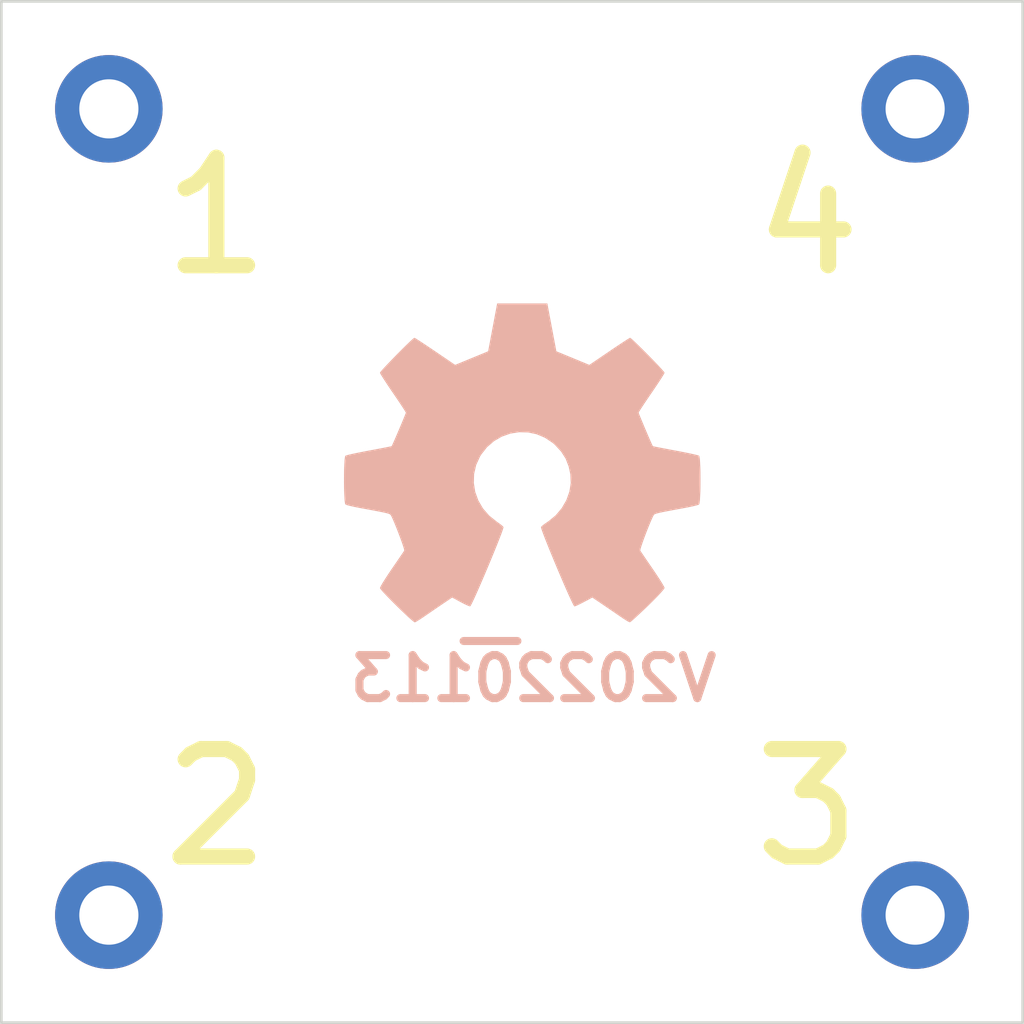
<source format=kicad_pcb>
(kicad_pcb (version 20221018) (generator pcbnew)
  (layers (0 "F.Cu" mixed) (31 "B.Cu" mixed) (34 "B.Paste" user) (35 "F.Paste" user) (36 "B.SilkS" user "B.Silkscreen") (37 "F.SilkS" user "F.Silkscreen") (38 "B.Mask" user) (39 "F.Mask" user) (44 "Edge.Cuts" user))
  (net 0 "")
  (net 1 "Net-(J1-Pad1)")
  (footprint "mill-max:PC_pin_nail_head_6092" (layer "F.Cu") (at 142 63)
    (fp_text reference "J1")
    (fp_text value "1" (at 2 2) (layer "F.SilkS") (effects (font (size 2 2) (thickness 0.3))))
    (pad "1" thru_hole circle locked (at 0 0) (size 2 2) (drill 1.1) (layers "*.Cu" "*.Mask") (net 1 "Net-(J1-Pad1)"))
  )
  (footprint "mill-max:PC_pin_nail_head_6092" (layer "F.Cu") (at 142 78)
    (fp_text reference "J2")
    (fp_text value "2" (at 2 -2) (layer "F.SilkS") (effects (font (size 2 2) (thickness 0.3))))
    (pad "1" thru_hole circle locked (at 0 0) (size 2 2) (drill 1.1) (layers "*.Cu" "*.Mask") (net 1 "Net-(J1-Pad1)"))
  )
  (footprint "mill-max:PC_pin_nail_head_6092" (layer "F.Cu") (at 157 63)
    (fp_text reference "J3")
    (fp_text value "4" (at -2 2) (layer "F.SilkS") (effects (font (size 2 2) (thickness 0.3))))
    (pad "1" thru_hole circle locked (at 0 0) (size 2 2) (drill 1.1) (layers "*.Cu" "*.Mask") (net 1 "Net-(J1-Pad1)"))
  )
  (footprint "mill-max:PC_pin_nail_head_6092" (layer "F.Cu") (at 157 78)
    (fp_text reference "J4")
    (fp_text value "3" (at -2 -2) (layer "F.SilkS") (effects (font (size 2 2) (thickness 0.3))))
    (pad "1" thru_hole circle locked (at 0 0) (size 2 2) (drill 1.1) (layers "*.Cu" "*.Mask") (net 1 "Net-(J1-Pad1)"))
  )
  (footprint "SquantorLabels:Label_Generic" (layer "B.Cu") (at 149.1 73.5)
    (fp_text reference "N1" hide)
    (fp_text value "V20220113" (at 0.8 0.1) (layer "B.SilkS") (effects (font (size 0.8 0.8)) (justify mirror)))
    (fp_line (start -0.5 -0.6) (end 0.5 -0.6) (stroke (width 0.15)) (layer "B.SilkS"))
  )
  (footprint "Symbol:OSHW-Symbol_6.7x6mm_SilkScreen" (layer "B.Cu") (at 149.7 69.6 180)
    (fp_text reference "N2" hide)
    (fp_text value "OHWLOGO" hide)
    (fp_poly (pts (xy 0.555814 2.531069) (xy 0.639635 2.086445) (xy 0.94892 1.958947) (xy 1.258206 1.831449) (xy 1.629246 2.083754) (xy 1.733157 2.154004) (xy 1.827087 2.216728) (xy 1.906652 2.269062) (xy 1.96747 2.308143) (xy 2.005157 2.331107) (xy 2.015421 2.336058) (xy 2.03391 2.323324) (xy 2.07342 2.288118) (xy 2.129522 2.234938) (xy 2.197787 2.168282) (xy 2.273786 2.092646) (xy 2.353092 2.012528) (xy 2.431275 1.932426) (xy 2.503907 1.856836) (xy 2.566559 1.790255) (xy 2.614803 1.737182) (xy 2.64421 1.702113) (xy 2.651241 1.690377) (xy 2.641123 1.66874) (xy 2.612759 1.621338) (xy 2.569129 1.552807) (xy 2.513218 1.467785) (xy 2.448006 1.370907) (xy 2.410219 1.31565) (xy 2.341343 1.214752) (xy 2.28014 1.123701) (xy 2.229578 1.04703) (xy 2.192628 0.989272) (xy 2.172258 0.954957) (xy 2.169197 0.947746) (xy 2.176136 0.927252) (xy 2.195051 0.879487) (xy 2.223087 0.811168) (xy 2.257391 0.729011) (xy 2.295109 0.63973) (xy 2.333387 0.550042) (xy 2.36937 0.466662) (xy 2.400206 0.396306) (xy 2.423039 0.34569) (xy 2.435017 0.321529) (xy 2.435724 0.320578) (xy 2.454531 0.315964) (xy 2.504618 0.305672) (xy 2.580793 0.290713) (xy 2.677865 0.272099) (xy 2.790643 0.250841) (xy 2.856442 0.238582) (xy 2.97695 0.215638) (xy 3.085797 0.193805) (xy 3.177476 0.174278) (xy 3.246481 0.158252) (xy 3.287304 0.146921) (xy 3.295511 0.143326) (xy 3.303548 0.118994) (xy 3.310033 0.064041) (xy 3.31497 -0.015108) (xy 3.318364 -0.112026) (xy 3.320218 -0.220287) (xy 3.320538 -0.333465) (xy 3.319327 -0.445135) (xy 3.31659 -0.548868) (xy 3.312331 -0.638241) (xy 3.306555 -0.706826) (xy 3.299267 -0.748197) (xy 3.294895 -0.75681) (xy 3.268764 -0.767133) (xy 3.213393 -0.781892) (xy 3.136107 -0.799352) (xy 3.04423 -0.81778) (xy 3.012158 -0.823741) (xy 2.857524 -0.852066) (xy 2.735375 -0.874876) (xy 2.641673 -0.89308) (xy 2.572384 -0.907583) (xy 2.523471 -0.919292) (xy 2.490897 -0.929115) (xy 2.470628 -0.937956) (xy 2.458626 -0.946724) (xy 2.456947 -0.948457) (xy 2.440184 -0.976371) (xy 2.414614 -1.030695) (xy 2.382788 -1.104777) (xy 2.34726 -1.191965) (xy 2.310583 -1.285608) (xy 2.275311 -1.379052) (xy 2.243996 -1.465647) (xy 2.219193 -1.53874) (xy 2.203454 -1.591678) (xy 2.199332 -1.617811) (xy 2.199676 -1.618726) (xy 2.213641 -1.640086) (xy 2.245322 -1.687084) (xy 2.291391 -1.754827) (xy 2.348518 -1.838423) (xy 2.413373 -1.932982) (xy 2.431843 -1.959854) (xy 2.497699 -2.057275) (xy 2.55565 -2.146163) (xy 2.602538 -2.221412) (xy 2.635207 -2.27792) (xy 2.6505 -2.310581) (xy 2.651241 -2.314593) (xy 2.638392 -2.335684) (xy 2.602888 -2.377464) (xy 2.549293 -2.435445) (xy 2.482171 -2.505135) (xy 2.406087 -2.582045) (xy 2.325604 -2.661683) (xy 2.245287 -2.739561) (xy 2.169699 -2.811186) (xy 2.103405 -2.87207) (xy 2.050969 -2.917721) (xy 2.016955 -2.94365) (xy 2.007545 -2.947883) (xy 1.985643 -2.937912) (xy 1.9408 -2.91102) (xy 1.880321 -2.871736) (xy 1.833789 -2.840117) (xy 1.749475 -2.782098) (xy 1.649626 -2.713784) (xy 1.549473 -2.645579) (xy 1.495627 -2.609075) (xy 1.313371 -2.4858) (xy 1.160381 -2.56852) (xy 1.090682 -2.604759) (xy 1.031414 -2.632926) (xy 0.991311 -2.648991) (xy 0.981103 -2.651226) (xy 0.968829 -2.634722) (xy 0.944613 -2.588082) (xy 0.910263 -2.515609) (xy 0.867588 -2.421606) (xy 0.818394 -2.310374) (xy 0.76449 -2.186215) (xy 0.707684 -2.053432) (xy 0.649782 -1.916327) (xy 0.592593 -1.779202) (xy 0.537924 -1.646358) (xy 0.487584 -1.522098) (xy 0.44338 -1.410725) (xy 0.407119 -1.316539) (xy 0.380609 -1.243844) (xy 0.365658 -1.196941) (xy 0.363254 -1.180833) (xy 0.382311 -1.160286) (xy 0.424036 -1.126933) (xy 0.479706 -1.087702) (xy 0.484378 -1.084599) (xy 0.628264 -0.969423) (xy 0.744283 -0.835053) (xy 0.83143 -0.685784) (xy 0.888699 -0.525913) (xy 0.915086 -0.359737) (xy 0.909585 -0.191552) (xy 0.87119 -0.025655) (xy 0.798895 0.133658) (xy 0.777626 0.168513) (xy 0.666996 0.309263) (xy 0.536302 0.422286) (xy 0.390064 0.506997) (xy 0.232808 0.562806) (xy 0.069057 0.589126) (xy -0.096667 0.58537) (xy -0.259838 0.55095) (xy -0.415935 0.485277) (xy -0.560433 0.387765) (xy -0.605131 0.348187) (xy -0.718888 0.224297) (xy -0.801782 0.093876) (xy -0.858644 -0.052315) (xy -0.890313 -0.197088) (xy -0.898131 -0.35986) (xy -0.872062 -0.52344) (xy -0.814755 -0.682298) (xy -0.728856 -0.830906) (xy -0.617014 -0.963735) (xy -0.481877 -1.075256) (xy -0.464117 -1.087011) (xy -0.40785 -1.125508) (xy -0.365077 -1.158863) (xy -0.344628 -1.18016) (xy -0.344331 -1.180833) (xy -0.348721 -1.203871) (xy -0.366124 -1.256157) (xy -0.394732 -1.33339) (xy -0.432735 -1.431268) (xy -0.478326 -1.545491) (xy -0.529697 -1.671758) (xy -0.585038 -1.805767) (xy -0.642542 -1.943218) (xy -0.700399 -2.079808) (xy -0.756802 -2.211237) (xy -0.809942 -2.333205) (xy -0.85801 -2.441409) (xy -0.899199 -2.531549) (xy -0.931699 -2.599323) (xy -0.953703 -2.64043) (xy -0.962564 -2.651226) (xy -0.98964 -2.642819) (xy -1.040303 -2.620272) (xy -1.105817 -2.587613) (xy -1.141841 -2.56852) (xy -1.294832 -2.4858) (xy -1.477088 -2.609075) (xy -1.570125 -2.672228) (xy -1.671985 -2.741727) (xy -1.767438 -2.807165) (xy -1.81525 -2.840117) (xy -1.882495 -2.885273) (xy -1.939436 -2.921057) (xy -1.978646 -2.942938) (xy -1.991381 -2.947563) (xy -2.009917 -2.935085) (xy -2.050941 -2.900252) (xy -2.110475 -2.846678) (xy -2.184542 -2.777983) (xy -2.269165 -2.697781) (xy -2.322685 -2.646286) (xy -2.416319 -2.554286) (xy -2.497241 -2.471999) (xy -2.562177 -2.402945) (xy -2.607858 -2.350644) (xy -2.631011 -2.318616) (xy -2.633232 -2.312116) (xy -2.622924 -2.287394) (xy -2.594439 -2.237405) (xy -2.550937 -2.167212) (xy -2.495577 -2.081875) (xy -2.43152 -1.986456) (xy -2.413303 -1.959854) (xy -2.346927 -1.863167) (xy -2.287378 -1.776117) (xy -2.237984 -1.703595) (xy -2.202075 -1.650493) (xy -2.182981 -1.621703) (xy -2.181136 -1.618726) (xy -2.183895 -1.595782) (xy -2.198538 -1.545336) (xy -2.222513 -1.474041) (xy -2.253266 -1.388547) (xy -2.288244 -1.295507) (xy -2.324893 -1.201574) (xy -2.360661 -1.113399) (xy -2.392994 -1.037634) (xy -2.419338 -0.980931) (xy -2.437142 -0.949943) (xy -2.438407 -0.948457) (xy -2.449294 -0.939601) (xy -2.467682 -0.930843) (xy -2.497606 -0.921277) (xy -2.543103 -0.909996) (xy -2.608209 -0.896093) (xy -2.696961 -0.878663) (xy -2.813393 -0.856798) (xy -2.961542 -0.829591) (xy -2.993618 -0.823741) (xy -3.088686 -0.805374) (xy -3.171565 -0.787405) (xy -3.23493 -0.771569) (xy -3.271458 -0.7596) (xy -3.276356 -0.75681) (xy -3.284427 -0.732072) (xy -3.290987 -0.67679) (xy -3.296033 -0.597389) (xy -3.299559 -0.500296) (xy -3.301561 -0.391938) (xy -3.302036 -0.27874) (xy -3.300977 -0.167128) (xy -3.298382 -0.063529) (xy -3.294246 0.025632) (xy -3.288563 0.093928) (xy -3.281331 0.134934) (xy -3.276971 0.143326) (xy -3.252698 0.151792) (xy -3.197426 0.165565) (xy -3.116662 0.18345) (xy -3.015912 0.204252) (xy -2.900683 0.226777) (xy -2.837902 0.238582) (xy -2.718787 0.260849) (xy -2.612565 0.281021) (xy -2.524427 0.298085) (xy -2.459566 0.311031) (xy -2.423174 0.318845) (xy -2.417184 0.320578) (xy -2.407061 0.34011) (xy -2.385662 0.387157) (xy -2.355839 0.454997) (xy -2.320445 0.536909) (xy -2.282332 0.626172) (xy -2.244353 0.716065) (xy -2.20936 0.799865) (xy -2.180206 0.870853) (xy -2.159743 0.922306) (xy -2.150823 0.947503) (xy -2.150657 0.948604) (xy -2.160769 0.968481) (xy -2.189117 1.014223) (xy -2.232723 1.081283) (xy -2.288606 1.165116) (xy -2.353787 1.261174) (xy -2.391679 1.31635) (xy -2.460725 1.417519) (xy -2.52205 1.50937) (xy -2.572663 1.587256) (xy -2.609571 1.646531) (xy -2.629782 1.682549) (xy -2.632701 1.690623) (xy -2.620153 1.709416) (xy -2.585463 1.749543) (xy -2.533063 1.806507) (xy -2.467384 1.875815) (xy -2.392856 1.952969) (xy -2.313913 2.033475) (xy -2.234983 2.112837) (xy -2.1605 2.18656) (xy -2.094894 2.250148) (xy -2.042596 2.299106) (xy -2.008039 2.328939) (xy -1.996478 2.336058) (xy -1.977654 2.326047) (xy -1.932631 2.297922) (xy -1.865787 2.254546) (xy -1.781499 2.198782) (xy -1.684144 2.133494) (xy -1.610707 2.083754) (xy -1.239667 1.831449) (xy -0.621095 2.086445) (xy -0.537275 2.531069) (xy -0.453454 2.975693) (xy 0.471994 2.975693) (xy 0.555814 2.531069)) (stroke (width 0.01)) (fill solid) (layer "B.SilkS"))
  )
  (gr_line (start 140 80) (end 159 80) (stroke (width 0.05)) (layer "Edge.Cuts"))
  (gr_line (start 159 61) (end 159 80) (stroke (width 0.05)) (layer "Edge.Cuts"))
  (gr_line (start 159 61) (end 140 61) (stroke (width 0.05)) (layer "Edge.Cuts"))
  (gr_line (start 140 80) (end 140 61) (stroke (width 0.05)) (layer "Edge.Cuts"))
)
</source>
